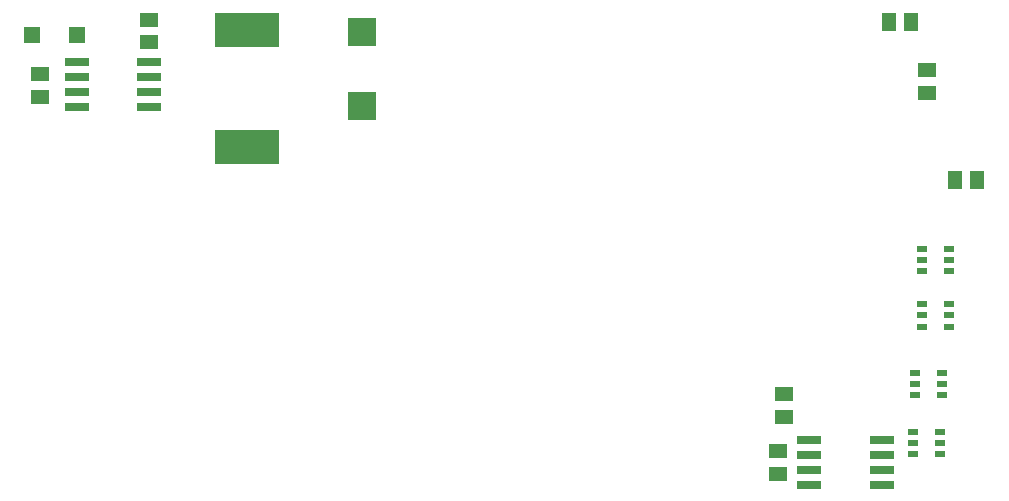
<source format=gbr>
G04 EAGLE Gerber RS-274X export*
G75*
%MOMM*%
%FSLAX34Y34*%
%LPD*%
%INSolderpaste Bottom*%
%IPPOS*%
%AMOC8*
5,1,8,0,0,1.08239X$1,22.5*%
G01*
%ADD10R,1.500000X1.300000*%
%ADD11R,2.430000X2.430000*%
%ADD12R,1.400000X1.400000*%
%ADD13R,5.400000X2.900000*%
%ADD14R,2.032000X0.660400*%
%ADD15R,1.300000X1.500000*%
%ADD16R,0.900000X0.600000*%


D10*
X138070Y732610D03*
X138070Y713610D03*
D11*
X410994Y705588D03*
X410994Y768588D03*
D10*
X230545Y778968D03*
X230545Y759968D03*
D12*
X169812Y765939D03*
X131812Y765939D03*
D13*
X313893Y671301D03*
X313893Y770301D03*
D14*
X231044Y743290D03*
X169576Y743290D03*
X231044Y730590D03*
X231044Y717890D03*
X169576Y730590D03*
X169576Y717890D03*
X231044Y705190D03*
X169576Y705190D03*
D15*
X856894Y776986D03*
X875894Y776986D03*
X931774Y643382D03*
X912774Y643382D03*
D10*
X889000Y716940D03*
X889000Y735940D03*
D14*
X851154Y422910D03*
X789686Y422910D03*
X851154Y410210D03*
X851154Y397510D03*
X789686Y410210D03*
X789686Y397510D03*
X851154Y384810D03*
X789686Y384810D03*
D10*
X768350Y442874D03*
X768350Y461874D03*
X763270Y394360D03*
X763270Y413360D03*
D16*
X907866Y538074D03*
X907866Y528574D03*
X907866Y519074D03*
X884866Y519074D03*
X884866Y528574D03*
X884866Y538074D03*
X900500Y429870D03*
X900500Y420370D03*
X900500Y410870D03*
X877500Y410870D03*
X877500Y420370D03*
X877500Y429870D03*
X902278Y480162D03*
X902278Y470662D03*
X902278Y461162D03*
X879278Y461162D03*
X879278Y470662D03*
X879278Y480162D03*
X908120Y585064D03*
X908120Y575564D03*
X908120Y566064D03*
X885120Y566064D03*
X885120Y575564D03*
X885120Y585064D03*
M02*

</source>
